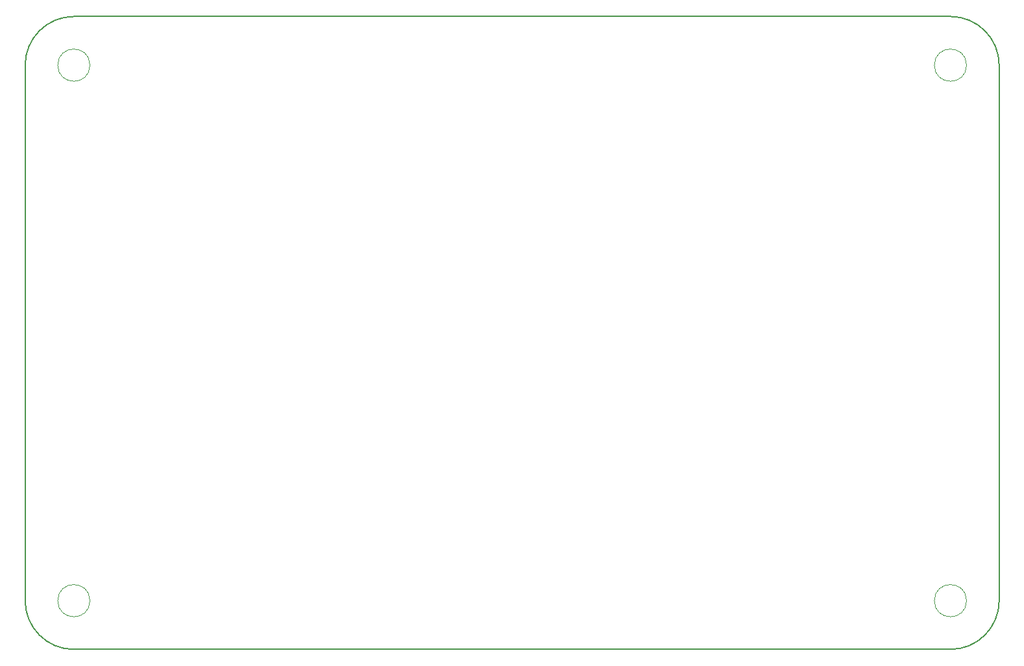
<source format=gm1>
G04 #@! TF.GenerationSoftware,KiCad,Pcbnew,7.0.1-0*
G04 #@! TF.CreationDate,2023-04-17T19:11:43-07:00*
G04 #@! TF.ProjectId,msp-debugger,6d73702d-6465-4627-9567-6765722e6b69,rev?*
G04 #@! TF.SameCoordinates,Original*
G04 #@! TF.FileFunction,Profile,NP*
%FSLAX46Y46*%
G04 Gerber Fmt 4.6, Leading zero omitted, Abs format (unit mm)*
G04 Created by KiCad (PCBNEW 7.0.1-0) date 2023-04-17 19:11:43*
%MOMM*%
%LPD*%
G01*
G04 APERTURE LIST*
G04 #@! TA.AperFunction,Profile*
%ADD10C,0.100000*%
G04 #@! TD*
G04 #@! TA.AperFunction,Profile*
%ADD11C,0.200000*%
G04 #@! TD*
G04 APERTURE END LIST*
D10*
X198950000Y-133350000D02*
G75*
G03*
X198950000Y-133350000I-2100000J0D01*
G01*
D11*
X203200000Y-63500000D02*
X203200000Y-133350000D01*
D10*
X84650000Y-63500000D02*
G75*
G03*
X84650000Y-63500000I-2100000J0D01*
G01*
D11*
X82550000Y-57150000D02*
G75*
G03*
X76200000Y-63500000I0J-6350000D01*
G01*
X82550000Y-57150000D02*
X196850000Y-57150000D01*
D10*
X198950000Y-63500000D02*
G75*
G03*
X198950000Y-63500000I-2100000J0D01*
G01*
D11*
X203200000Y-63500000D02*
G75*
G03*
X196850000Y-57150000I-6350000J0D01*
G01*
X196850000Y-139700000D02*
G75*
G03*
X203200000Y-133350000I0J6350000D01*
G01*
X76200000Y-133350000D02*
X76200000Y-63500000D01*
X82550000Y-139700000D02*
X196850000Y-139700000D01*
D10*
X84650000Y-133350000D02*
G75*
G03*
X84650000Y-133350000I-2100000J0D01*
G01*
D11*
X76200000Y-133350000D02*
G75*
G03*
X82550000Y-139700000I6350000J0D01*
G01*
M02*

</source>
